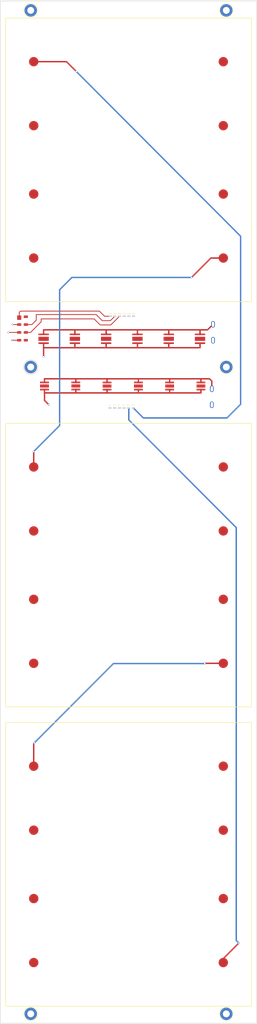
<source format=kicad_pcb>
(kicad_pcb (version 20171130) (host pcbnew "(5.0.1)-3")

  (general
    (thickness 1.6)
    (drawings 34)
    (tracks 162)
    (zones 0)
    (modules 26)
    (nets 1)
  )

  (page User 200 399.999)
  (layers
    (0 F.Cu power)
    (1 In1.Cu signal hide)
    (2 In2.Cu signal hide)
    (31 B.Cu signal hide)
    (32 B.Adhes user)
    (33 F.Adhes user)
    (34 B.Paste user)
    (35 F.Paste user)
    (36 B.SilkS user)
    (37 F.SilkS user)
    (38 B.Mask user)
    (39 F.Mask user)
    (40 Dwgs.User user)
    (41 Cmts.User user)
    (42 Eco1.User user)
    (43 Eco2.User user)
    (44 Edge.Cuts user)
    (45 Margin user)
    (46 B.CrtYd user)
    (47 F.CrtYd user)
    (48 B.Fab user)
    (49 F.Fab user)
  )

  (setup
    (last_trace_width 0.25)
    (user_trace_width 0.45)
    (trace_clearance 0.2)
    (zone_clearance 0.508)
    (zone_45_only no)
    (trace_min 0.2)
    (segment_width 0.2)
    (edge_width 0.15)
    (via_size 0.6)
    (via_drill 0.4)
    (via_min_size 0.4)
    (via_min_drill 0.3)
    (uvia_size 0.3)
    (uvia_drill 0.1)
    (uvias_allowed no)
    (uvia_min_size 0.2)
    (uvia_min_drill 0.1)
    (pcb_text_width 0.3)
    (pcb_text_size 1.5 1.5)
    (mod_edge_width 0.15)
    (mod_text_size 1 1)
    (mod_text_width 0.15)
    (pad_size 4 4)
    (pad_drill 2.2)
    (pad_to_mask_clearance 0.2)
    (solder_mask_min_width 0.25)
    (aux_axis_origin 0 0)
    (visible_elements 7FFFFFFF)
    (pcbplotparams
      (layerselection 0x010f0_80000007)
      (usegerberextensions false)
      (usegerberattributes false)
      (usegerberadvancedattributes false)
      (creategerberjobfile false)
      (excludeedgelayer true)
      (linewidth 0.100000)
      (plotframeref true)
      (viasonmask false)
      (mode 1)
      (useauxorigin false)
      (hpglpennumber 1)
      (hpglpenspeed 20)
      (hpglpendiameter 15.000000)
      (psnegative false)
      (psa4output false)
      (plotreference true)
      (plotvalue true)
      (plotinvisibletext false)
      (padsonsilk true)
      (subtractmaskfromsilk false)
      (outputformat 4)
      (mirror false)
      (drillshape 0)
      (scaleselection 1)
      (outputdirectory "pdfs/"))
  )

  (net 0 "")

  (net_class Default "This is the default net class."
    (clearance 0.2)
    (trace_width 0.25)
    (via_dia 0.6)
    (via_drill 0.4)
    (uvia_dia 0.3)
    (uvia_drill 0.1)
  )

  (module QSAT:connector (layer F.Cu) (tedit 5AF4B75F) (tstamp 5AF4B7BF)
    (at 97.42 121.43)
    (fp_text reference "" (at -0.3 -2.21) (layer F.SilkS)
      (effects (font (size 1 1) (thickness 0.15)))
    )
    (fp_text value "" (at -0.3 -3.21) (layer F.Fab)
      (effects (font (size 1 1) (thickness 0.15)))
    )
    (pad 1 thru_hole oval (at -3.75 0) (size 0.9 0.4) (drill oval 0.75 0.25) (layers *.Cu *.Mask))
    (pad 21 thru_hole oval (at -2.253 0) (size 0.9 0.4) (drill oval 0.75 0.25) (layers *.Cu *.Mask))
    (pad 31 thru_hole oval (at -0.756 0) (size 0.9 0.4) (drill oval 0.75 0.25) (layers *.Cu *.Mask))
    (pad 41 thru_hole oval (at 0.741 0) (size 0.9 0.4) (drill oval 0.75 0.25) (layers *.Cu *.Mask))
    (pad 51 thru_hole oval (at 2.238 0) (size 0.9 0.4) (drill oval 0.75 0.25) (layers *.Cu *.Mask))
    (pad 61 thru_hole oval (at 3.735 0) (size 0.9 0.4) (drill oval 0.75 0.25) (layers *.Cu *.Mask))
  )

  (module QSAT:solarpanels (layer F.Cu) (tedit 5AF391BF) (tstamp 5A909231)
    (at 64.74 232.08 90)
    (fp_text reference "" (at -0.09 1.05 90) (layer F.SilkS)
      (effects (font (size 1 1) (thickness 0.15)))
    )
    (fp_text value "" (at 0 -0.5 90) (layer F.Fab)
      (effects (font (size 1 1) (thickness 0.15)))
    )
    (pad 1 smd circle (at 42.2 65.1 90) (size 3 3) (layers F.Cu F.Paste F.Mask))
    (pad 1 smd circle (at 62.6 4.5 90) (size 3 3) (layers F.Cu F.Paste F.Mask))
    (pad 1 smd circle (at 62.6 65.1 90) (size 3 3) (layers F.Cu F.Paste F.Mask))
    (pad 1 smd circle (at 42.2 4.5 90) (size 3 3) (layers F.Cu F.Paste F.Mask))
    (pad 1 smd circle (at 20.4 65.1 90) (size 3 3) (layers F.Cu F.Paste F.Mask))
    (pad 1 smd circle (at 20.4 4.5 90) (size 3 3) (layers F.Cu F.Paste F.Mask))
    (pad 1 smd circle (at 0 65.1 90) (size 3 3) (layers F.Cu F.Paste F.Mask))
    (pad 1 smd circle (at 0 4.5 90) (size 3 3) (layers F.Cu F.Paste F.Mask))
  )

  (module QSAT:greenLED (layer F.Cu) (tedit 5AF3911A) (tstamp 5AF3907B)
    (at 92.68 143.69 90)
    (fp_text reference "" (at -0.09 -3.13 90) (layer F.SilkS)
      (effects (font (size 1 1) (thickness 0.15)))
    )
    (fp_text value "" (at -0.09 -4.13 90) (layer F.Fab)
      (effects (font (size 1 1) (thickness 0.15)))
    )
    (pad 1 smd rect (at 0 0 180) (size 2.8 1) (layers F.Cu F.Paste F.Mask))
    (pad 2 smd rect (at -1.125 0 180) (size 2.8 0.55) (layers F.Cu F.Paste F.Mask))
    (pad 3 smd rect (at 1.125 0 180) (size 2.8 0.55) (layers F.Cu F.Paste F.Mask))
  )

  (module QSAT:greenLED (layer F.Cu) (tedit 5AF39112) (tstamp 5AF39048)
    (at 82.7 143.66 90)
    (fp_text reference "" (at -0.09 -3.13 90) (layer F.SilkS)
      (effects (font (size 1 1) (thickness 0.15)))
    )
    (fp_text value "" (at 0.39 3.14 90) (layer F.Fab)
      (effects (font (size 1 1) (thickness 0.15)))
    )
    (pad 1 smd rect (at 0 0 180) (size 2.8 1) (layers F.Cu F.Paste F.Mask))
    (pad 2 smd rect (at -1.125 0 180) (size 2.8 0.55) (layers F.Cu F.Paste F.Mask))
    (pad 3 smd rect (at 1.125 0 180) (size 2.8 0.55) (layers F.Cu F.Paste F.Mask))
  )

  (module Connectors:1pin (layer F.Cu) (tedit 5ADF8F02) (tstamp 5ADF92A8)
    (at 130.79 343.83)
    (descr "module 1 pin (ou trou mecanique de percage)")
    (tags DEV)
    (fp_text reference "" (at 0 -3.048) (layer F.SilkS)
      (effects (font (size 1 1) (thickness 0.15)))
    )
    (fp_text value "" (at 0 3) (layer F.Fab)
      (effects (font (size 1 1) (thickness 0.15)))
    )
    (fp_circle (center 0 0) (end 2 0.8) (layer F.Fab) (width 0.1))
    (fp_circle (center 0 0) (end 2.6 0) (layer F.CrtYd) (width 0.05))
    (fp_circle (center 0 0) (end 0 -2.286) (layer F.SilkS) (width 0.12))
    (pad 1 thru_hole circle (at 0 0) (size 4 4) (drill 2.2) (layers *.Cu *.Mask))
  )

  (module Connectors:1pin (layer F.Cu) (tedit 5ADF8F02) (tstamp 5ADF9266)
    (at 130.79 137.63)
    (descr "module 1 pin (ou trou mecanique de percage)")
    (tags DEV)
    (fp_text reference "" (at 0 -3.048) (layer F.SilkS)
      (effects (font (size 1 1) (thickness 0.15)))
    )
    (fp_text value "" (at 0 3) (layer F.Fab)
      (effects (font (size 1 1) (thickness 0.15)))
    )
    (fp_circle (center 0 0) (end 2 0.8) (layer F.Fab) (width 0.1))
    (fp_circle (center 0 0) (end 2.6 0) (layer F.CrtYd) (width 0.05))
    (fp_circle (center 0 0) (end 0 -2.286) (layer F.SilkS) (width 0.12))
    (pad 1 thru_hole circle (at 0 0) (size 4 4) (drill 2.2) (layers *.Cu *.Mask))
  )

  (module Connectors:1pin (layer F.Cu) (tedit 5ADF8F02) (tstamp 5ADF9157)
    (at 68.29 343.83)
    (descr "module 1 pin (ou trou mecanique de percage)")
    (tags DEV)
    (fp_text reference "" (at 0 -3.048) (layer F.SilkS)
      (effects (font (size 1 1) (thickness 0.15)))
    )
    (fp_text value "" (at 0 3) (layer F.Fab)
      (effects (font (size 1 1) (thickness 0.15)))
    )
    (fp_circle (center 0 0) (end 2 0.8) (layer F.Fab) (width 0.1))
    (fp_circle (center 0 0) (end 2.6 0) (layer F.CrtYd) (width 0.05))
    (fp_circle (center 0 0) (end 0 -2.286) (layer F.SilkS) (width 0.12))
    (pad 1 thru_hole circle (at 0 0) (size 4 4) (drill 2.2) (layers *.Cu *.Mask))
  )

  (module Connectors:1pin (layer B.Cu) (tedit 5ADF8F02) (tstamp 5BE8BB8E)
    (at 68.29 137.63)
    (descr "module 1 pin (ou trou mecanique de percage)")
    (tags DEV)
    (fp_text reference "" (at 0 3.048) (layer B.SilkS)
      (effects (font (size 1 1) (thickness 0.15)) (justify mirror))
    )
    (fp_text value "" (at 0 -3) (layer B.Fab)
      (effects (font (size 1 1) (thickness 0.15)) (justify mirror))
    )
    (fp_circle (center 0 0) (end 2 -0.8) (layer B.Fab) (width 0.1))
    (fp_circle (center 0 0) (end 2.6 0) (layer B.CrtYd) (width 0.05))
    (fp_circle (center 0 0) (end 0 2.286) (layer B.SilkS) (width 0.12))
    (pad 1 thru_hole circle (at 0 0) (size 4 4) (drill 2.2) (layers *.Cu *.Mask))
  )

  (module Connectors:1pin (layer F.Cu) (tedit 5ADF8F02) (tstamp 5ADF9050)
    (at 130.79 23.93)
    (descr "module 1 pin (ou trou mecanique de percage)")
    (tags DEV)
    (fp_text reference "" (at 0 -3.048) (layer F.SilkS)
      (effects (font (size 1 1) (thickness 0.15)))
    )
    (fp_text value "" (at 0 3) (layer F.Fab)
      (effects (font (size 1 1) (thickness 0.15)))
    )
    (fp_circle (center 0 0) (end 2 0.8) (layer F.Fab) (width 0.1))
    (fp_circle (center 0 0) (end 2.6 0) (layer F.CrtYd) (width 0.05))
    (fp_circle (center 0 0) (end 0 -2.286) (layer F.SilkS) (width 0.12))
    (pad 1 thru_hole circle (at 0 0) (size 4 4) (drill 2.2) (layers *.Cu *.Mask))
  )

  (module QSAT:redLED (layer F.Cu) (tedit 5AF3915A) (tstamp 5A90931F)
    (at 69 128.62 90)
    (fp_text reference "" (at 0 0.5 90) (layer F.SilkS)
      (effects (font (size 1 1) (thickness 0.15)))
    )
    (fp_text value "" (at -0.225 -0.9 90) (layer F.Fab)
      (effects (font (size 1 1) (thickness 0.15)))
    )
    (pad 1 smd rect (at 0 3.4 90) (size 1.3 3.3) (layers F.Cu F.Paste F.Mask))
    (pad 2 smd rect (at -1.4 3.4 90) (size 0.5 3.3) (layers F.Cu F.Paste F.Mask))
    (pad 3 smd rect (at 1.4 3.4 90) (size 0.5 3.3) (layers F.Cu F.Paste F.Mask))
    (pad 4 smd rect (at 1.85 3.4 90) (size 0.4 0.5) (layers F.Cu F.Paste F.Mask))
    (pad 5 smd rect (at -1.85 3.4 90) (size 0.4 0.5) (layers F.Cu F.Paste F.Mask))
  )

  (module QSAT:redLED (layer F.Cu) (tedit 5AF39166) (tstamp 5A909315)
    (at 79 128.62 90)
    (fp_text reference "" (at 0 0.5 90) (layer F.SilkS)
      (effects (font (size 1 1) (thickness 0.15)))
    )
    (fp_text value "" (at -0.1 -0.925 90) (layer F.Fab)
      (effects (font (size 1 1) (thickness 0.15)))
    )
    (pad 1 smd rect (at 0 3.4 90) (size 1.3 3.3) (layers F.Cu F.Paste F.Mask))
    (pad 2 smd rect (at -1.4 3.4 90) (size 0.5 3.3) (layers F.Cu F.Paste F.Mask))
    (pad 3 smd rect (at 1.4 3.4 90) (size 0.5 3.3) (layers F.Cu F.Paste F.Mask))
    (pad 4 smd rect (at 1.85 3.4 90) (size 0.4 0.5) (layers F.Cu F.Paste F.Mask))
    (pad 5 smd rect (at -1.85 3.4 90) (size 0.4 0.5) (layers F.Cu F.Paste F.Mask))
  )

  (module QSAT:redLED (layer F.Cu) (tedit 5AF39175) (tstamp 5A90930B)
    (at 89 128.62 90)
    (fp_text reference "" (at 0 0.5 90) (layer F.SilkS)
      (effects (font (size 1 1) (thickness 0.15)))
    )
    (fp_text value "" (at -0.175 -0.95 90) (layer F.Fab)
      (effects (font (size 1 1) (thickness 0.15)))
    )
    (pad 1 smd rect (at 0 3.4 90) (size 1.3 3.3) (layers F.Cu F.Paste F.Mask))
    (pad 2 smd rect (at -1.4 3.4 90) (size 0.5 3.3) (layers F.Cu F.Paste F.Mask))
    (pad 3 smd rect (at 1.4 3.4 90) (size 0.5 3.3) (layers F.Cu F.Paste F.Mask))
    (pad 4 smd rect (at 1.85 3.4 90) (size 0.4 0.5) (layers F.Cu F.Paste F.Mask))
    (pad 5 smd rect (at -1.85 3.4 90) (size 0.4 0.5) (layers F.Cu F.Paste F.Mask))
  )

  (module QSAT:redLED (layer F.Cu) (tedit 5AF3916E) (tstamp 5A909302)
    (at 99 128.62 90)
    (fp_text reference "" (at 0 0.5 90) (layer F.SilkS)
      (effects (font (size 1 1) (thickness 0.15)))
    )
    (fp_text value "" (at 0 -0.85 90) (layer F.Fab)
      (effects (font (size 1 1) (thickness 0.15)))
    )
    (pad 1 smd rect (at 0 3.4 90) (size 1.3 3.3) (layers F.Cu F.Paste F.Mask))
    (pad 2 smd rect (at -1.4 3.4 90) (size 0.5 3.3) (layers F.Cu F.Paste F.Mask))
    (pad 3 smd rect (at 1.4 3.4 90) (size 0.5 3.3) (layers F.Cu F.Paste F.Mask))
    (pad 4 smd rect (at 1.85 3.4 90) (size 0.4 0.5) (layers F.Cu F.Paste F.Mask))
    (pad 5 smd rect (at -1.85 3.4 90) (size 0.4 0.5) (layers F.Cu F.Paste F.Mask))
  )

  (module QSAT:redLED (layer F.Cu) (tedit 5AF3917E) (tstamp 5A9092EF)
    (at 109 128.62 90)
    (fp_text reference "" (at 0 0.5 90) (layer F.SilkS)
      (effects (font (size 1 1) (thickness 0.15)))
    )
    (fp_text value "" (at -0.075 -0.8 90) (layer F.Fab)
      (effects (font (size 1 1) (thickness 0.15)))
    )
    (pad 1 smd rect (at 0 3.4 90) (size 1.3 3.3) (layers F.Cu F.Paste F.Mask))
    (pad 2 smd rect (at -1.4 3.4 90) (size 0.5 3.3) (layers F.Cu F.Paste F.Mask))
    (pad 3 smd rect (at 1.4 3.4 90) (size 0.5 3.3) (layers F.Cu F.Paste F.Mask))
    (pad 4 smd rect (at 1.85 3.4 90) (size 0.4 0.5) (layers F.Cu F.Paste F.Mask))
    (pad 5 smd rect (at -1.85 3.4 90) (size 0.4 0.5) (layers F.Cu F.Paste F.Mask))
  )

  (module QSAT:solarpanels (layer F.Cu) (tedit 5AF39220) (tstamp 5A90921E)
    (at 64.84 327.48 90)
    (fp_text reference "" (at 0.26 1.09 90) (layer F.SilkS)
      (effects (font (size 1 1) (thickness 0.15)))
    )
    (fp_text value "" (at 0 -0.5 90) (layer F.Fab)
      (effects (font (size 1 1) (thickness 0.15)))
    )
    (pad 1 smd circle (at 42.2 65 90) (size 3 3) (layers F.Cu F.Paste F.Mask))
    (pad 1 smd circle (at 62.6 4.4 90) (size 3 3) (layers F.Cu F.Paste F.Mask))
    (pad 1 smd circle (at 62.6 65 90) (size 3 3) (layers F.Cu F.Paste F.Mask))
    (pad 1 smd circle (at 42.2 4.4 90) (size 3 3) (layers F.Cu F.Paste F.Mask))
    (pad 1 smd circle (at 20.4 65 90) (size 3 3) (layers F.Cu F.Paste F.Mask))
    (pad 1 smd circle (at 20.4 4.4 90) (size 3 3) (layers F.Cu F.Paste F.Mask))
    (pad 1 smd circle (at 0 65 90) (size 3 3) (layers F.Cu F.Paste F.Mask))
    (pad 1 smd circle (at 0 4.4 90) (size 3 3) (layers F.Cu F.Paste F.Mask))
  )

  (module QSAT:solarpanels (layer F.Cu) (tedit 5AF391B1) (tstamp 5A908D4E)
    (at 64.84 102.88 90)
    (fp_text reference "" (at -0.03 1.2 90) (layer F.SilkS)
      (effects (font (size 1 1) (thickness 0.15)))
    )
    (fp_text value "" (at 0 -0.5 90) (layer F.Fab)
      (effects (font (size 1 1) (thickness 0.15)))
    )
    (pad 1 smd circle (at 42.2 65 90) (size 3 3) (layers F.Cu F.Paste F.Mask))
    (pad 1 smd circle (at 62.6 4.4 90) (size 3 3) (layers F.Cu F.Paste F.Mask))
    (pad 1 smd circle (at 62.6 65 90) (size 3 3) (layers F.Cu F.Paste F.Mask))
    (pad 1 smd circle (at 42.2 4.4 90) (size 3 3) (layers F.Cu F.Paste F.Mask))
    (pad 1 smd circle (at 20.4 65 90) (size 3 3) (layers F.Cu F.Paste F.Mask))
    (pad 1 smd circle (at 20.4 4.4 90) (size 3 3) (layers F.Cu F.Paste F.Mask))
    (pad 1 smd circle (at 0 65 90) (size 3 3) (layers F.Cu F.Paste F.Mask))
    (pad 1 smd circle (at 0 4.4 90) (size 3 3) (layers F.Cu F.Paste F.Mask))
  )

  (module QSAT:redLED (layer F.Cu) (tedit 5AF39186) (tstamp 5A9092DC)
    (at 119 128.62 90)
    (fp_text reference "" (at 0 0.5 90) (layer F.SilkS)
      (effects (font (size 1 1) (thickness 0.15)))
    )
    (fp_text value "" (at 0.075 -0.8 90) (layer F.Fab)
      (effects (font (size 1 1) (thickness 0.15)))
    )
    (pad 1 smd rect (at 0 3.4 90) (size 1.3 3.3) (layers F.Cu F.Paste F.Mask))
    (pad 2 smd rect (at -1.4 3.4 90) (size 0.5 3.3) (layers F.Cu F.Paste F.Mask))
    (pad 3 smd rect (at 1.4 3.4 90) (size 0.5 3.3) (layers F.Cu F.Paste F.Mask))
    (pad 4 smd rect (at 1.85 3.4 90) (size 0.4 0.5) (layers F.Cu F.Paste F.Mask))
    (pad 5 smd rect (at -1.85 3.4 90) (size 0.4 0.5) (layers F.Cu F.Paste F.Mask))
  )

  (module QSAT:resistor (layer F.Cu) (tedit 5AF3918F) (tstamp 5AB81F44)
    (at 124.19 129.09 90)
    (fp_text reference "" (at -0.04 0.83 90) (layer F.SilkS)
      (effects (font (size 1 1) (thickness 0.15)))
    )
    (fp_text value "" (at 0 -0.5 90) (layer F.Fab)
      (effects (font (size 1 1) (thickness 0.15)))
    )
    (pad 1 thru_hole oval (at 5.08 2.37 90) (size 2.1 1.2) (drill oval 1.6 0.7) (layers *.Cu *.Mask))
    (pad 1 thru_hole oval (at 0 2.37 90) (size 2.1 1.2) (drill oval 1.6 0.7) (layers *.Cu *.Mask))
  )

  (module QSAT:resistor (layer F.Cu) (tedit 5AF39198) (tstamp 5AB81F4F)
    (at 123.91 149.65 90)
    (fp_text reference "" (at -0.08 0.82 90) (layer F.SilkS)
      (effects (font (size 1 1) (thickness 0.15)))
    )
    (fp_text value "" (at 0 -0.5 90) (layer F.Fab)
      (effects (font (size 1 1) (thickness 0.15)))
    )
    (pad 1 thru_hole oval (at 5.08 2.25 90) (size 2.1 1.2) (drill oval 1.6 0.7) (layers *.Cu *.Mask))
    (pad 1 thru_hole oval (at 0 2.25 90) (size 2.1 1.2) (drill oval 1.6 0.7) (layers *.Cu *.Mask))
  )

  (module Connectors:1pin (layer F.Cu) (tedit 5ADF8F02) (tstamp 5ADF8DF0)
    (at 68.29 23.93)
    (descr "module 1 pin (ou trou mecanique de percage)")
    (tags DEV)
    (fp_text reference "" (at 0 -3.048) (layer F.SilkS)
      (effects (font (size 1 1) (thickness 0.15)))
    )
    (fp_text value "" (at 0 3) (layer F.Fab)
      (effects (font (size 1 1) (thickness 0.15)))
    )
    (fp_circle (center 0 0) (end 2 0.8) (layer F.Fab) (width 0.1))
    (fp_circle (center 0 0) (end 2.6 0) (layer F.CrtYd) (width 0.05))
    (fp_circle (center 0 0) (end 0 -2.286) (layer F.SilkS) (width 0.12))
    (pad 1 thru_hole circle (at 0 0) (size 4 4) (drill 2.2) (layers *.Cu *.Mask))
  )

  (module QSAT:sunsensor (layer F.Cu) (tedit 5AF391A3) (tstamp 5AEF3C39)
    (at 63.96 121.19)
    (fp_text reference "" (at 0.48 -2.42) (layer F.SilkS)
      (effects (font (size 1 1) (thickness 0.15)))
    )
    (fp_text value "" (at 0.27 -3.71) (layer F.Fab)
      (effects (font (size 1 1) (thickness 0.15)))
    )
    (pad 2 smd rect (at 0.65 7.9) (size 1.3 0.8) (layers F.Cu F.Paste F.Mask))
    (pad 2 smd rect (at 0.65 5.4) (size 1.3 0.8) (layers F.Cu F.Paste F.Mask))
    (pad 2 smd rect (at 0.65 2.9) (size 1.3 0.8) (layers F.Cu F.Paste F.Mask))
    (pad 2 smd rect (at 2.75 7.9) (size 1.3 0.8) (layers F.Cu F.Paste F.Mask))
    (pad 2 smd rect (at 2.75 5.4) (size 1.3 0.8) (layers F.Cu F.Paste F.Mask))
    (pad 2 smd rect (at 2.75 2.9) (size 1.3 0.8) (layers F.Cu F.Paste F.Mask))
    (pad 1 smd rect (at 0.65 0.7) (size 1.3 1.4) (layers F.Cu F.Paste F.Mask))
    (pad 2 smd rect (at 2.75 0.4) (size 1.3 0.8) (layers F.Cu F.Paste F.Mask))
  )

  (module QSAT:greenLED (layer F.Cu) (tedit 5AF3910C) (tstamp 5AF38FD9)
    (at 72.68 143.67 90)
    (fp_text reference "" (at 0.24 5.13 90) (layer F.SilkS)
      (effects (font (size 1 1) (thickness 0.15)))
    )
    (fp_text value "" (at 0.15 3.48 90) (layer F.Fab)
      (effects (font (size 1 1) (thickness 0.15)))
    )
    (pad 1 smd rect (at 0 0 180) (size 2.8 1) (layers F.Cu F.Paste F.Mask))
    (pad 2 smd rect (at -1.125 0 180) (size 2.8 0.55) (layers F.Cu F.Paste F.Mask))
    (pad 3 smd rect (at 1.125 0 180) (size 2.8 0.55) (layers F.Cu F.Paste F.Mask))
  )

  (module QSAT:greenLED (layer F.Cu) (tedit 5AF39124) (tstamp 5AF39089)
    (at 102.7 143.68 90)
    (fp_text reference "" (at -0.09 -3.13 90) (layer F.SilkS)
      (effects (font (size 1 1) (thickness 0.15)))
    )
    (fp_text value "" (at -0.09 -4.13 90) (layer F.Fab)
      (effects (font (size 1 1) (thickness 0.15)))
    )
    (pad 1 smd rect (at 0 0 180) (size 2.8 1) (layers F.Cu F.Paste F.Mask))
    (pad 2 smd rect (at -1.125 0 180) (size 2.8 0.55) (layers F.Cu F.Paste F.Mask))
    (pad 3 smd rect (at 1.125 0 180) (size 2.8 0.55) (layers F.Cu F.Paste F.Mask))
  )

  (module QSAT:greenLED (layer F.Cu) (tedit 5AF3912D) (tstamp 5AF390B1)
    (at 112.69 143.68 90)
    (fp_text reference "" (at -0.09 -3.13 90) (layer F.SilkS)
      (effects (font (size 1 1) (thickness 0.15)))
    )
    (fp_text value "" (at -0.09 -4.13 90) (layer F.Fab)
      (effects (font (size 1 1) (thickness 0.15)))
    )
    (pad 1 smd rect (at 0 0 180) (size 2.8 1) (layers F.Cu F.Paste F.Mask))
    (pad 2 smd rect (at -1.125 0 180) (size 2.8 0.55) (layers F.Cu F.Paste F.Mask))
    (pad 3 smd rect (at 1.125 0 180) (size 2.8 0.55) (layers F.Cu F.Paste F.Mask))
  )

  (module QSAT:greenLED (layer F.Cu) (tedit 5AF39134) (tstamp 5AF390BF)
    (at 122.69 143.68 90)
    (fp_text reference "" (at -0.09 -3.13 90) (layer F.SilkS)
      (effects (font (size 1 1) (thickness 0.15)))
    )
    (fp_text value "" (at -0.09 -4.13 90) (layer F.Fab)
      (effects (font (size 1 1) (thickness 0.15)))
    )
    (pad 1 smd rect (at 0 0 180) (size 2.8 1) (layers F.Cu F.Paste F.Mask))
    (pad 2 smd rect (at -1.125 0 180) (size 2.8 0.55) (layers F.Cu F.Paste F.Mask))
    (pad 3 smd rect (at 1.125 0 180) (size 2.8 0.55) (layers F.Cu F.Paste F.Mask))
  )

  (module QSAT:connector (layer F.Cu) (tedit 5AF4B75F) (tstamp 5AF4B7A2)
    (at 97.37 150.68)
    (fp_text reference "" (at -0.3 -2.21) (layer F.SilkS)
      (effects (font (size 1 1) (thickness 0.15)))
    )
    (fp_text value "" (at -0.3 -3.21) (layer F.Fab)
      (effects (font (size 1 1) (thickness 0.15)))
    )
    (pad 1 thru_hole oval (at -3.75 0) (size 0.9 0.4) (drill oval 0.75 0.25) (layers *.Cu *.Mask))
    (pad 21 thru_hole oval (at -2.253 0) (size 0.9 0.4) (drill oval 0.75 0.25) (layers *.Cu *.Mask))
    (pad 31 thru_hole oval (at -0.756 0) (size 0.9 0.4) (drill oval 0.75 0.25) (layers *.Cu *.Mask))
    (pad 41 thru_hole oval (at 0.741 0) (size 0.9 0.4) (drill oval 0.75 0.25) (layers *.Cu *.Mask))
    (pad 51 thru_hole oval (at 2.238 0) (size 0.9 0.4) (drill oval 0.75 0.25) (layers *.Cu *.Mask))
    (pad 61 thru_hole oval (at 3.735 0) (size 0.9 0.4) (drill oval 0.75 0.25) (layers *.Cu *.Mask))
  )

  (gr_text SC+ (at 101.07 149.77) (layer F.SilkS) (tstamp 5AF4DA9D)
    (effects (font (size 0.4 0.4) (thickness 0.1)))
  )
  (gr_text SC- (at 99.6 149.77) (layer F.SilkS) (tstamp 5AF4DA97)
    (effects (font (size 0.4 0.4) (thickness 0.1)))
  )
  (gr_text R+ (at 98.11 149.78) (layer F.SilkS) (tstamp 5AF4DA95)
    (effects (font (size 0.4 0.4) (thickness 0.1)))
  )
  (gr_text R- (at 96.64 149.8) (layer F.SilkS) (tstamp 5AF4DA91)
    (effects (font (size 0.4 0.4) (thickness 0.1)))
  )
  (gr_text G+ (at 95.14 149.81) (layer F.SilkS) (tstamp 5AF4DA8E)
    (effects (font (size 0.4 0.4) (thickness 0.1)))
  )
  (gr_text G- (at 93.63 149.8) (layer F.SilkS) (tstamp 5AF4DA28)
    (effects (font (size 0.4 0.4) (thickness 0.1)))
  )
  (gr_text AO (at 101.15 120.65) (layer F.SilkS) (tstamp 5AF4D80F)
    (effects (font (size 0.4 0.4) (thickness 0.1)))
  )
  (gr_text VDD (at 99.64 120.66) (layer F.SilkS) (tstamp 5AF4D80B)
    (effects (font (size 0.4 0.4) (thickness 0.1)))
  )
  (gr_text CLK (at 98.18 120.66) (layer F.SilkS) (tstamp 5AF4D809)
    (effects (font (size 0.4 0.4) (thickness 0.1)))
  )
  (gr_text GND (at 96.64 120.67) (layer F.SilkS) (tstamp 5AF4D804)
    (effects (font (size 0.4 0.4) (thickness 0.1)))
  )
  (gr_text GND (at 95.17 120.68) (layer F.SilkS) (tstamp 5AF4D801)
    (effects (font (size 0.4 0.4) (thickness 0.1)))
  )
  (gr_text SI1 (at 93.67 120.68) (layer F.SilkS)
    (effects (font (size 0.4 0.4) (thickness 0.1)))
  )
  (gr_line (start 58.54 346.83) (end 58.54 20.93) (angle 90) (layer Edge.Cuts) (width 0.15))
  (gr_line (start 140.54 20.93) (end 140.54 346.83) (angle 90) (layer Edge.Cuts) (width 0.15))
  (gr_line (start 60.24 250.98) (end 60.265 250.98) (angle 90) (layer F.SilkS) (width 0.2))
  (gr_line (start 60.24 341.38) (end 60.24 250.98) (angle 90) (layer F.SilkS) (width 0.2))
  (gr_line (start 138.84 341.38) (end 60.24 341.38) (angle 90) (layer F.SilkS) (width 0.2))
  (gr_line (start 138.84 250.98) (end 138.84 341.38) (angle 90) (layer F.SilkS) (width 0.2))
  (gr_line (start 60.24 250.98) (end 138.84 250.98) (angle 90) (layer F.SilkS) (width 0.2))
  (gr_line (start 60.24 155.58) (end 60.265 155.58) (angle 90) (layer F.SilkS) (width 0.2))
  (gr_line (start 60.24 245.98) (end 60.24 155.58) (angle 90) (layer F.SilkS) (width 0.2))
  (gr_line (start 138.84 245.98) (end 60.24 245.98) (angle 90) (layer F.SilkS) (width 0.2))
  (gr_line (start 138.84 155.58) (end 138.84 245.98) (angle 90) (layer F.SilkS) (width 0.2))
  (gr_line (start 60.24 155.58) (end 138.84 155.58) (angle 90) (layer F.SilkS) (width 0.2))
  (gr_line (start 60.24 116.555) (end 60.24 116.53) (angle 90) (layer F.SilkS) (width 0.2))
  (gr_line (start 60.24 116.78) (end 60.24 116.555) (angle 90) (layer F.SilkS) (width 0.2))
  (gr_line (start 138.84 116.78) (end 60.24 116.78) (angle 90) (layer F.SilkS) (width 0.2))
  (gr_line (start 138.84 116.68) (end 138.84 116.78) (angle 90) (layer F.SilkS) (width 0.2))
  (gr_line (start 138.84 26.38) (end 138.84 26.405) (angle 90) (layer F.SilkS) (width 0.2))
  (gr_line (start 60.24 26.38) (end 138.84 26.38) (angle 90) (layer F.SilkS) (width 0.2))
  (gr_line (start 60.24 116.68) (end 60.24 26.38) (angle 90) (layer F.SilkS) (width 0.2))
  (gr_line (start 138.84 26.38) (end 138.84 116.68) (angle 90) (layer F.SilkS) (width 0.2))
  (gr_line (start 58.54 346.83) (end 140.54 346.83) (angle 90) (layer Edge.Cuts) (width 0.15))
  (gr_line (start 58.54 20.93) (end 140.54 20.93) (angle 90) (layer Edge.Cuts) (width 0.15))

  (segment (start 98.111 150.801) (end 98.58 151.27) (width 0.45) (layer In1.Cu) (net 0) (tstamp 5AF4D9E3))
  (segment (start 126.56 129.09) (end 126.56 139.5) (width 0.45) (layer In1.Cu) (net 0))
  (segment (start 99.84 152.53) (end 98.58 151.27) (width 0.45) (layer In1.Cu) (net 0) (tstamp 5AF4D9DB))
  (segment (start 98.58 151.27) (end 98.04 150.73) (width 0.45) (layer In1.Cu) (net 0) (tstamp 5AF4D9EF))
  (segment (start 127.75 152.53) (end 99.84 152.53) (width 0.45) (layer In1.Cu) (net 0) (tstamp 5AF4D9D6))
  (segment (start 129.07 151.21) (end 127.75 152.53) (width 0.45) (layer In1.Cu) (net 0) (tstamp 5AF4D9D5))
  (segment (start 129.07 142.01) (end 129.07 151.21) (width 0.45) (layer In1.Cu) (net 0) (tstamp 5AF4D9CF))
  (segment (start 126.56 139.5) (end 129.07 142.01) (width 0.45) (layer In1.Cu) (net 0) (tstamp 5AF4D9CE))
  (segment (start 126.16 149.65) (end 126.16 153.01) (width 0.45) (layer In2.Cu) (net 0))
  (segment (start 95.117 153.197) (end 95.117 150.68) (width 0.45) (layer In2.Cu) (net 0) (tstamp 5AF4D9C1))
  (segment (start 96.5 154.58) (end 95.117 153.197) (width 0.45) (layer In2.Cu) (net 0) (tstamp 5AF4D9BE))
  (segment (start 124.59 154.58) (end 96.5 154.58) (width 0.45) (layer In2.Cu) (net 0) (tstamp 5AF4D9BD))
  (segment (start 126.16 153.01) (end 124.59 154.58) (width 0.45) (layer In2.Cu) (net 0) (tstamp 5AF4D9B2))
  (segment (start 64.61 129.09) (end 62.28 129.09) (width 0.25) (layer F.Cu) (net 0))
  (segment (start 88.858 132.23) (end 99.658 121.43) (width 0.25) (layer In2.Cu) (net 0) (tstamp 5AF4D989))
  (segment (start 62.61 132.23) (end 88.858 132.23) (width 0.25) (layer In2.Cu) (net 0) (tstamp 5AF4D984))
  (segment (start 61.61 131.23) (end 62.61 132.23) (width 0.25) (layer In2.Cu) (net 0) (tstamp 5AF4D983))
  (segment (start 61.61 129.76) (end 61.61 131.23) (width 0.25) (layer In2.Cu) (net 0) (tstamp 5AF4D982))
  (segment (start 62.28 129.09) (end 61.61 129.76) (width 0.25) (layer In2.Cu) (net 0) (tstamp 5AF4D981))
  (via (at 62.28 129.09) (size 0.6) (drill 0.4) (layers F.Cu B.Cu) (net 0))
  (segment (start 64.61 126.59) (end 61.12 126.59) (width 0.25) (layer F.Cu) (net 0))
  (segment (start 101.155 124.135) (end 101.155 121.43) (width 0.25) (layer In2.Cu) (net 0) (tstamp 5AF4D961))
  (segment (start 91.93 133.36) (end 101.155 124.135) (width 0.25) (layer In2.Cu) (net 0) (tstamp 5AF4D954))
  (segment (start 60.89 133.36) (end 91.93 133.36) (width 0.25) (layer In2.Cu) (net 0) (tstamp 5AF4D950))
  (segment (start 59.69 132.16) (end 60.89 133.36) (width 0.25) (layer In2.Cu) (net 0) (tstamp 5AF4D94E))
  (segment (start 59.69 128.03) (end 59.69 132.16) (width 0.25) (layer In2.Cu) (net 0) (tstamp 5AF4D94C))
  (segment (start 61.13 126.59) (end 59.69 128.03) (width 0.25) (layer In2.Cu) (net 0) (tstamp 5AF4D94B))
  (via (at 61.13 126.59) (size 0.6) (drill 0.4) (layers F.Cu B.Cu) (net 0))
  (segment (start 61.12 126.59) (end 61.13 126.59) (width 0.25) (layer F.Cu) (net 0) (tstamp 5AF4D943))
  (segment (start 64.61 124.09) (end 62.5 124.09) (width 0.25) (layer F.Cu) (net 0))
  (segment (start 94.641 124.95) (end 98.161 121.43) (width 0.25) (layer In2.Cu) (net 0) (tstamp 5AF4D910))
  (segment (start 92.09 124.95) (end 94.641 124.95) (width 0.25) (layer In2.Cu) (net 0) (tstamp 5AF4D90C))
  (segment (start 85.53 118.39) (end 92.09 124.95) (width 0.25) (layer In2.Cu) (net 0) (tstamp 5AF4D902))
  (segment (start 62.36 118.39) (end 85.53 118.39) (width 0.25) (layer In2.Cu) (net 0) (tstamp 5AF4D8FD))
  (segment (start 61.56 119.19) (end 62.36 118.39) (width 0.25) (layer In2.Cu) (net 0) (tstamp 5AF4D8FB))
  (segment (start 61.56 123.15) (end 61.56 119.19) (width 0.25) (layer In2.Cu) (net 0) (tstamp 5AF4D8F7))
  (segment (start 62.5 124.09) (end 61.56 123.15) (width 0.25) (layer In2.Cu) (net 0) (tstamp 5AF4D8F6))
  (via (at 62.5 124.09) (size 0.6) (drill 0.4) (layers F.Cu B.Cu) (net 0))
  (segment (start 66.71 126.59) (end 68.24 126.59) (width 0.25) (layer F.Cu) (net 0))
  (segment (start 93.884 124.21) (end 96.664 121.43) (width 0.25) (layer F.Cu) (net 0) (tstamp 5AF4D88D))
  (segment (start 90.47 124.21) (end 93.884 124.21) (width 0.25) (layer F.Cu) (net 0) (tstamp 5AF4D88B))
  (segment (start 88.54 122.28) (end 90.47 124.21) (width 0.25) (layer F.Cu) (net 0) (tstamp 5AF4D889))
  (segment (start 71.65 122.28) (end 88.54 122.28) (width 0.25) (layer F.Cu) (net 0) (tstamp 5AF4D886))
  (segment (start 71.62 122.31) (end 71.65 122.28) (width 0.25) (layer F.Cu) (net 0) (tstamp 5AF4D881))
  (segment (start 71.62 123.21) (end 71.62 122.31) (width 0.25) (layer F.Cu) (net 0) (tstamp 5AF4D880))
  (segment (start 68.24 126.59) (end 71.62 123.21) (width 0.25) (layer F.Cu) (net 0) (tstamp 5AF4D87D))
  (segment (start 66.71 124.09) (end 68.67 124.09) (width 0.25) (layer F.Cu) (net 0))
  (segment (start 93.747 122.85) (end 95.167 121.43) (width 0.25) (layer F.Cu) (net 0) (tstamp 5AF4D848))
  (segment (start 91.15 122.85) (end 93.747 122.85) (width 0.25) (layer F.Cu) (net 0) (tstamp 5AF4D846))
  (segment (start 89.2 120.9) (end 91.15 122.85) (width 0.25) (layer F.Cu) (net 0) (tstamp 5AF4D841))
  (segment (start 70.06 120.9) (end 89.2 120.9) (width 0.25) (layer F.Cu) (net 0) (tstamp 5AF4D83B))
  (segment (start 70.05 120.91) (end 70.06 120.9) (width 0.25) (layer F.Cu) (net 0) (tstamp 5AF4D83A))
  (segment (start 70.05 122.71) (end 70.05 120.91) (width 0.25) (layer F.Cu) (net 0) (tstamp 5AF4D838))
  (segment (start 68.67 124.09) (end 70.05 122.71) (width 0.25) (layer F.Cu) (net 0) (tstamp 5AF4D834))
  (segment (start 64.61 121.89) (end 64.61 120.22) (width 0.25) (layer F.Cu) (net 0))
  (segment (start 91.86 121.43) (end 93.67 121.43) (width 0.25) (layer F.Cu) (net 0) (tstamp 5AF4D7C6))
  (segment (start 90.23 119.8) (end 91.86 121.43) (width 0.25) (layer F.Cu) (net 0) (tstamp 5AF4D7C1))
  (segment (start 65.03 119.8) (end 90.23 119.8) (width 0.25) (layer F.Cu) (net 0) (tstamp 5AF4D7B4))
  (segment (start 64.61 120.22) (end 65.03 119.8) (width 0.25) (layer F.Cu) (net 0) (tstamp 5AF4D7AF))
  (segment (start 72.69 145.88) (end 72.69 148.26) (width 0.45) (layer F.Cu) (net 0))
  (segment (start 75.11 150.68) (end 93.62 150.68) (width 0.45) (layer In2.Cu) (net 0) (tstamp 5AF4BE11))
  (segment (start 74.1 149.67) (end 75.11 150.68) (width 0.45) (layer In2.Cu) (net 0) (tstamp 5AF4BE10))
  (via (at 74.1 149.67) (size 0.6) (drill 0.4) (layers F.Cu B.Cu) (net 0))
  (segment (start 72.69 148.26) (end 74.1 149.67) (width 0.45) (layer F.Cu) (net 0) (tstamp 5AF4BE0A))
  (segment (start 69.24 40.28) (end 79.72 40.28) (width 0.45) (layer F.Cu) (net 0))
  (segment (start 104.285 153.86) (end 101.105 150.68) (width 0.45) (layer B.Cu) (net 0) (tstamp 5AF4BD8F))
  (segment (start 131.01 153.86) (end 104.285 153.86) (width 0.45) (layer B.Cu) (net 0) (tstamp 5AF4BD88))
  (segment (start 135.37 149.5) (end 131.01 153.86) (width 0.45) (layer B.Cu) (net 0) (tstamp 5AF4BD86))
  (segment (start 135.37 95.93) (end 135.37 149.5) (width 0.45) (layer B.Cu) (net 0) (tstamp 5AF4BD7A))
  (segment (start 82.84 43.4) (end 135.37 95.93) (width 0.45) (layer B.Cu) (net 0) (tstamp 5AF4BD79))
  (via (at 82.84 43.4) (size 0.6) (drill 0.4) (layers F.Cu B.Cu) (net 0))
  (segment (start 79.72 40.28) (end 82.84 43.4) (width 0.45) (layer F.Cu) (net 0) (tstamp 5AF4BD6D))
  (segment (start 99.63 151.54) (end 99.63 150.702) (width 0.45) (layer B.Cu) (net 0))
  (segment (start 99.63 150.702) (end 99.608 150.68) (width 0.45) (layer B.Cu) (net 0) (tstamp 5AF4BD40))
  (segment (start 129.84 327.48) (end 129.84 326.22) (width 0.45) (layer F.Cu) (net 0))
  (segment (start 129.84 326.22) (end 134.8 321.26) (width 0.45) (layer F.Cu) (net 0) (tstamp 5AF4BD28))
  (via (at 134.8 321.26) (size 0.6) (drill 0.4) (layers F.Cu B.Cu) (net 0))
  (segment (start 134.8 321.26) (end 133.98 320.44) (width 0.45) (layer B.Cu) (net 0) (tstamp 5AF4BD2B))
  (segment (start 133.98 320.44) (end 133.98 188.83) (width 0.45) (layer B.Cu) (net 0) (tstamp 5AF4BD2C))
  (segment (start 133.98 188.83) (end 99.63 154.48) (width 0.45) (layer B.Cu) (net 0) (tstamp 5AF4BD32))
  (segment (start 99.63 154.48) (end 99.63 151.54) (width 0.45) (layer B.Cu) (net 0) (tstamp 5AF4BD3B))
  (segment (start 69.24 264.88) (end 69.24 257.64) (width 0.45) (layer F.Cu) (net 0))
  (segment (start 124.01 232.08) (end 129.84 232.08) (width 0.45) (layer F.Cu) (net 0) (tstamp 5AF4BD19))
  (segment (start 123.93 232.16) (end 124.01 232.08) (width 0.45) (layer F.Cu) (net 0) (tstamp 5AF4BD18))
  (via (at 123.93 232.16) (size 0.6) (drill 0.4) (layers F.Cu B.Cu) (net 0))
  (segment (start 94.72 232.16) (end 123.93 232.16) (width 0.45) (layer B.Cu) (net 0) (tstamp 5AF4BD14))
  (segment (start 69.42 257.46) (end 94.72 232.16) (width 0.45) (layer B.Cu) (net 0) (tstamp 5AF4BD13))
  (via (at 69.42 257.46) (size 0.6) (drill 0.4) (layers F.Cu B.Cu) (net 0))
  (segment (start 69.24 257.64) (end 69.42 257.46) (width 0.45) (layer F.Cu) (net 0) (tstamp 5AF4BD11))
  (segment (start 69.24 169.48) (end 69.24 164.57) (width 0.45) (layer F.Cu) (net 0))
  (segment (start 125.88 102.88) (end 129.84 102.88) (width 0.45) (layer F.Cu) (net 0) (tstamp 5AF4BCEF))
  (segment (start 119.69 109.07) (end 125.88 102.88) (width 0.45) (layer F.Cu) (net 0) (tstamp 5AF4BCEE))
  (via (at 119.69 109.07) (size 0.6) (drill 0.4) (layers F.Cu B.Cu) (net 0))
  (segment (start 81.45 109.07) (end 119.69 109.07) (width 0.45) (layer B.Cu) (net 0) (tstamp 5AF4BCEB))
  (segment (start 77.52 113) (end 81.45 109.07) (width 0.45) (layer B.Cu) (net 0) (tstamp 5AF4BCE9))
  (segment (start 77.52 156.29) (end 77.52 113) (width 0.45) (layer B.Cu) (net 0) (tstamp 5AF4BCE0))
  (segment (start 69.24 164.57) (end 77.52 156.29) (width 0.45) (layer B.Cu) (net 0) (tstamp 5AF4BCDF))
  (via (at 69.24 164.57) (size 0.6) (drill 0.4) (layers F.Cu B.Cu) (net 0))
  (segment (start 122.68 141.38) (end 125.44 141.38) (width 0.45) (layer F.Cu) (net 0))
  (segment (start 126.16 142.1) (end 126.16 144.57) (width 0.45) (layer F.Cu) (net 0) (tstamp 5AF4BC44))
  (segment (start 125.44 141.38) (end 126.16 142.1) (width 0.45) (layer F.Cu) (net 0) (tstamp 5AF4BC42))
  (segment (start 72.4 131.47) (end 72.4 134.31) (width 0.45) (layer F.Cu) (net 0))
  (segment (start 93.994 153.3) (end 96.614 150.68) (width 0.45) (layer In1.Cu) (net 0) (tstamp 5AF4BC12))
  (segment (start 64.08 153.3) (end 93.994 153.3) (width 0.45) (layer In1.Cu) (net 0) (tstamp 5AF4BC0F))
  (segment (start 63.36 152.58) (end 64.08 153.3) (width 0.45) (layer In1.Cu) (net 0) (tstamp 5AF4BC0E))
  (segment (start 63.36 148.06) (end 63.36 152.58) (width 0.45) (layer In1.Cu) (net 0) (tstamp 5AF4BC0B))
  (segment (start 72.33 139.09) (end 63.36 148.06) (width 0.45) (layer In1.Cu) (net 0) (tstamp 5AF4BC07))
  (segment (start 72.33 134.38) (end 72.33 139.09) (width 0.45) (layer In1.Cu) (net 0) (tstamp 5AF4BC02))
  (segment (start 72.39 134.32) (end 72.33 134.38) (width 0.45) (layer In1.Cu) (net 0) (tstamp 5AF4BC01))
  (via (at 72.39 134.32) (size 0.6) (drill 0.4) (layers F.Cu B.Cu) (net 0))
  (segment (start 72.4 134.31) (end 72.39 134.32) (width 0.45) (layer F.Cu) (net 0) (tstamp 5AF4BBF2))
  (segment (start 122.4 125.77) (end 124.8 125.77) (width 0.45) (layer F.Cu) (net 0))
  (segment (start 124.8 125.77) (end 126.56 124.01) (width 0.45) (layer F.Cu) (net 0) (tstamp 5AF39FAB))
  (segment (start 82.7 141.38) (end 72.72 141.38) (width 0.45) (layer F.Cu) (net 0))
  (segment (start 72.72 141.38) (end 72.68 141.38) (width 0.45) (layer F.Cu) (net 0) (tstamp 5AF39FC1))
  (segment (start 72.68 141.38) (end 72.68 142.545) (width 0.45) (layer F.Cu) (net 0))
  (segment (start 82.7 141.38) (end 92.68 141.38) (width 0.45) (layer F.Cu) (net 0) (tstamp 5AF39B3A))
  (segment (start 92.68 141.38) (end 102.7 141.38) (width 0.45) (layer F.Cu) (net 0) (tstamp 5AF39B3C))
  (segment (start 102.7 141.38) (end 112.69 141.38) (width 0.45) (layer F.Cu) (net 0) (tstamp 5AF39B3E))
  (segment (start 112.69 141.38) (end 122.68 141.38) (width 0.45) (layer F.Cu) (net 0) (tstamp 5AF39B47))
  (segment (start 122.68 141.38) (end 122.69 141.38) (width 0.45) (layer F.Cu) (net 0) (tstamp 5AF39EC2))
  (segment (start 122.69 142.555) (end 122.69 141.38) (width 0.45) (layer F.Cu) (net 0))
  (segment (start 82.7 145.88) (end 78.98 145.88) (width 0.45) (layer F.Cu) (net 0))
  (segment (start 78.98 145.88) (end 72.69 145.88) (width 0.45) (layer F.Cu) (net 0) (tstamp 5AF4B986))
  (segment (start 72.69 145.88) (end 72.68 145.88) (width 0.45) (layer F.Cu) (net 0) (tstamp 5AF4B98F))
  (segment (start 72.68 145.88) (end 72.68 144.795) (width 0.45) (layer F.Cu) (net 0))
  (segment (start 82.7 145.88) (end 92.68 145.88) (width 0.45) (layer F.Cu) (net 0) (tstamp 5AF39B1E))
  (segment (start 92.68 145.88) (end 102.7 145.88) (width 0.45) (layer F.Cu) (net 0) (tstamp 5AF39B23))
  (segment (start 102.7 145.88) (end 112.69 145.88) (width 0.45) (layer F.Cu) (net 0) (tstamp 5AF39B2E))
  (segment (start 112.69 145.88) (end 122.63 145.88) (width 0.45) (layer F.Cu) (net 0) (tstamp 5AF39B31))
  (segment (start 122.63 145.88) (end 122.69 145.88) (width 0.45) (layer F.Cu) (net 0) (tstamp 5AF39F9F))
  (segment (start 122.69 144.805) (end 122.69 145.88) (width 0.45) (layer F.Cu) (net 0))
  (segment (start 112.69 144.805) (end 112.69 145.88) (width 0.45) (layer F.Cu) (net 0))
  (segment (start 102.7 144.805) (end 102.7 145.88) (width 0.45) (layer F.Cu) (net 0))
  (segment (start 92.68 144.815) (end 92.68 145.88) (width 0.45) (layer F.Cu) (net 0))
  (segment (start 82.7 144.785) (end 82.7 145.88) (width 0.45) (layer F.Cu) (net 0))
  (segment (start 82.7 142.535) (end 82.7 141.38) (width 0.45) (layer F.Cu) (net 0))
  (segment (start 92.68 142.565) (end 92.68 141.38) (width 0.45) (layer F.Cu) (net 0))
  (segment (start 102.7 142.555) (end 102.7 141.38) (width 0.45) (layer F.Cu) (net 0))
  (segment (start 112.69 142.555) (end 112.69 141.38) (width 0.45) (layer F.Cu) (net 0))
  (segment (start 82.4 131.47) (end 72.4 131.47) (width 0.45) (layer F.Cu) (net 0))
  (segment (start 72.4 131.47) (end 72.4 130.47) (width 0.45) (layer F.Cu) (net 0))
  (segment (start 82.4 131.47) (end 92.4 131.47) (width 0.45) (layer F.Cu) (net 0) (tstamp 5AF39883))
  (segment (start 92.4 131.47) (end 102.4 131.47) (width 0.45) (layer F.Cu) (net 0) (tstamp 5AF39885))
  (segment (start 102.4 131.47) (end 112.4 131.47) (width 0.45) (layer F.Cu) (net 0) (tstamp 5AF39887))
  (segment (start 112.4 131.47) (end 122.4 131.47) (width 0.45) (layer F.Cu) (net 0) (tstamp 5AF39889))
  (segment (start 122.4 130.47) (end 122.4 131.47) (width 0.45) (layer F.Cu) (net 0))
  (segment (start 112.4 130.47) (end 112.4 131.47) (width 0.45) (layer F.Cu) (net 0))
  (segment (start 102.4 130.47) (end 102.4 131.47) (width 0.45) (layer F.Cu) (net 0))
  (segment (start 92.4 130.47) (end 92.4 131.47) (width 0.45) (layer F.Cu) (net 0))
  (segment (start 82.4 130.47) (end 82.4 131.47) (width 0.45) (layer F.Cu) (net 0))
  (segment (start 82.4 125.77) (end 92.4 125.77) (width 0.45) (layer F.Cu) (net 0))
  (segment (start 92.4 125.77) (end 102.4 125.77) (width 0.45) (layer F.Cu) (net 0) (tstamp 5AF39824))
  (segment (start 102.4 125.77) (end 112.4 125.77) (width 0.45) (layer F.Cu) (net 0) (tstamp 5AF39829))
  (segment (start 112.4 125.77) (end 122.4 125.77) (width 0.45) (layer F.Cu) (net 0) (tstamp 5AF3982C))
  (segment (start 122.4 126.77) (end 122.4 125.77) (width 0.45) (layer F.Cu) (net 0))
  (segment (start 112.4 126.77) (end 112.4 125.77) (width 0.45) (layer F.Cu) (net 0))
  (segment (start 102.4 126.77) (end 102.4 125.77) (width 0.45) (layer F.Cu) (net 0))
  (segment (start 92.4 126.77) (end 92.4 125.77) (width 0.45) (layer F.Cu) (net 0))
  (segment (start 72.4 125.77) (end 82.4 125.77) (width 0.45) (layer F.Cu) (net 0))
  (segment (start 72.4 126.77) (end 72.4 125.77) (width 0.45) (layer F.Cu) (net 0))
  (segment (start 82.4 125.77) (end 82.4 126.77) (width 0.45) (layer F.Cu) (net 0))

)

</source>
